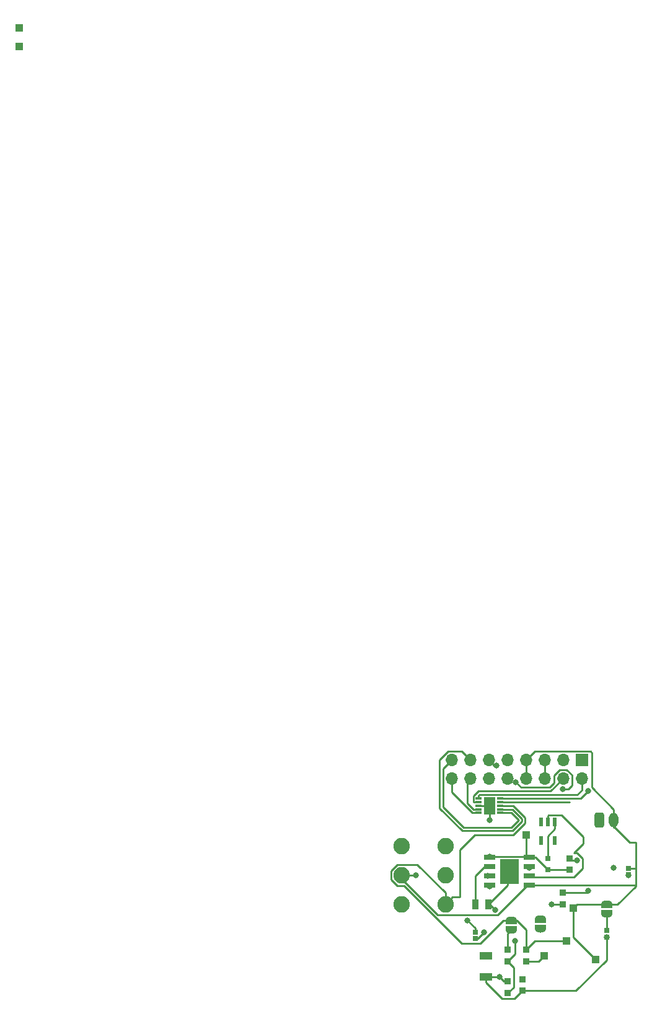
<source format=gbr>
%TF.GenerationSoftware,KiCad,Pcbnew,8.0.1*%
%TF.CreationDate,2024-03-24T14:38:36+02:00*%
%TF.ProjectId,project,70726f6a-6563-4742-9e6b-696361645f70,rev?*%
%TF.SameCoordinates,Original*%
%TF.FileFunction,Copper,L1,Top*%
%TF.FilePolarity,Positive*%
%FSLAX46Y46*%
G04 Gerber Fmt 4.6, Leading zero omitted, Abs format (unit mm)*
G04 Created by KiCad (PCBNEW 8.0.1) date 2024-03-24 14:38:36*
%MOMM*%
%LPD*%
G01*
G04 APERTURE LIST*
G04 Aperture macros list*
%AMRoundRect*
0 Rectangle with rounded corners*
0 $1 Rounding radius*
0 $2 $3 $4 $5 $6 $7 $8 $9 X,Y pos of 4 corners*
0 Add a 4 corners polygon primitive as box body*
4,1,4,$2,$3,$4,$5,$6,$7,$8,$9,$2,$3,0*
0 Add four circle primitives for the rounded corners*
1,1,$1+$1,$2,$3*
1,1,$1+$1,$4,$5*
1,1,$1+$1,$6,$7*
1,1,$1+$1,$8,$9*
0 Add four rect primitives between the rounded corners*
20,1,$1+$1,$2,$3,$4,$5,0*
20,1,$1+$1,$4,$5,$6,$7,0*
20,1,$1+$1,$6,$7,$8,$9,0*
20,1,$1+$1,$8,$9,$2,$3,0*%
%AMFreePoly0*
4,1,19,0.500000,-0.750000,0.000000,-0.750000,0.000000,-0.744911,-0.071157,-0.744911,-0.207708,-0.704816,-0.327430,-0.627875,-0.420627,-0.520320,-0.479746,-0.390866,-0.500000,-0.250000,-0.500000,0.250000,-0.479746,0.390866,-0.420627,0.520320,-0.327430,0.627875,-0.207708,0.704816,-0.071157,0.744911,0.000000,0.744911,0.000000,0.750000,0.500000,0.750000,0.500000,-0.750000,0.500000,-0.750000,
$1*%
%AMFreePoly1*
4,1,19,0.000000,0.744911,0.071157,0.744911,0.207708,0.704816,0.327430,0.627875,0.420627,0.520320,0.479746,0.390866,0.500000,0.250000,0.500000,-0.250000,0.479746,-0.390866,0.420627,-0.520320,0.327430,-0.627875,0.207708,-0.704816,0.071157,-0.744911,0.000000,-0.744911,0.000000,-0.750000,-0.500000,-0.750000,-0.500000,0.750000,0.000000,0.750000,0.000000,0.744911,0.000000,0.744911,
$1*%
G04 Aperture macros list end*
%TA.AperFunction,SMDPad,CuDef*%
%ADD10R,1.000000X1.000000*%
%TD*%
%TA.AperFunction,ComponentPad*%
%ADD11C,2.250000*%
%TD*%
%TA.AperFunction,SMDPad,CuDef*%
%ADD12R,0.850000X0.300000*%
%TD*%
%TA.AperFunction,SMDPad,CuDef*%
%ADD13R,1.650000X2.380000*%
%TD*%
%TA.AperFunction,ComponentPad*%
%ADD14RoundRect,0.250000X0.400000X-0.750000X0.400000X0.750000X-0.400000X0.750000X-0.400000X-0.750000X0*%
%TD*%
%TA.AperFunction,ComponentPad*%
%ADD15O,1.300000X2.000000*%
%TD*%
%TA.AperFunction,SMDPad,CuDef*%
%ADD16R,0.800000X0.800000*%
%TD*%
%TA.AperFunction,SMDPad,CuDef*%
%ADD17R,0.950000X0.900000*%
%TD*%
%TA.AperFunction,SMDPad,CuDef*%
%ADD18R,2.513000X3.402000*%
%TD*%
%TA.AperFunction,SMDPad,CuDef*%
%ADD19R,1.525000X0.700000*%
%TD*%
%TA.AperFunction,SMDPad,CuDef*%
%ADD20R,0.600000X1.200000*%
%TD*%
%TA.AperFunction,SMDPad,CuDef*%
%ADD21FreePoly0,270.000000*%
%TD*%
%TA.AperFunction,SMDPad,CuDef*%
%ADD22FreePoly1,270.000000*%
%TD*%
%TA.AperFunction,SMDPad,CuDef*%
%ADD23R,0.812800X1.397000*%
%TD*%
%TA.AperFunction,SMDPad,CuDef*%
%ADD24R,0.720000X0.690000*%
%TD*%
%TA.AperFunction,ComponentPad*%
%ADD25R,1.700000X1.700000*%
%TD*%
%TA.AperFunction,ComponentPad*%
%ADD26O,1.700000X1.700000*%
%TD*%
%TA.AperFunction,SMDPad,CuDef*%
%ADD27R,1.750000X1.050000*%
%TD*%
%TA.AperFunction,ViaPad*%
%ADD28C,0.800000*%
%TD*%
%TA.AperFunction,ViaPad*%
%ADD29C,0.300000*%
%TD*%
%TA.AperFunction,Conductor*%
%ADD30C,0.250000*%
%TD*%
G04 APERTURE END LIST*
D10*
%TO.P,TP5,1,1*%
%TO.N,ADC*%
X775000Y-3325000D03*
%TD*%
%TO.P,TP3,1,1*%
%TO.N,Net-(IC1-CE)*%
X775000Y-775000D03*
%TD*%
D11*
%TO.P,S1,1,1*%
%TO.N,unconnected-(S1-Pad1)*%
X53000000Y-112500000D03*
%TO.P,S1,2,2*%
%TO.N,Net-(IC1-BAT)*%
X53000000Y-116500000D03*
%TO.P,S1,3,3*%
%TO.N,unconnected-(S1-Pad3)*%
X53000000Y-120500000D03*
%TO.P,S1,4,4*%
%TO.N,unconnected-(S1-Pad4)*%
X59000000Y-112500000D03*
%TO.P,S1,5,5*%
%TO.N,unconnected-(S1-Pad5)*%
X59000000Y-116500000D03*
%TO.P,S1,6,6*%
%TO.N,Load*%
X59000000Y-120500000D03*
%TD*%
D12*
%TO.P,IC2,1,IN1*%
%TO.N,PMW1*%
X63550000Y-106000000D03*
%TO.P,IC2,2,IN2*%
%TO.N,PMW2*%
X63550000Y-106500000D03*
%TO.P,IC2,3,GND*%
%TO.N,GNDPWR*%
X63550000Y-107000000D03*
%TO.P,IC2,4,IN3*%
%TO.N,PMW3*%
X63550000Y-107500000D03*
%TO.P,IC2,5,IN4*%
%TO.N,PMW4*%
X63550000Y-108000000D03*
%TO.P,IC2,6,OUT4*%
%TO.N,Motor2B*%
X66450000Y-108000000D03*
%TO.P,IC2,7,OUT3*%
%TO.N,Motor2*%
X66450000Y-107500000D03*
%TO.P,IC2,8,VBB*%
%TO.N,Load*%
X66450000Y-107000000D03*
%TO.P,IC2,9,OUT2*%
%TO.N,Motor1B*%
X66450000Y-106500000D03*
%TO.P,IC2,10,OUT1*%
%TO.N,Motor1*%
X66450000Y-106000000D03*
D13*
%TO.P,IC2,11,EP*%
%TO.N,GNDPWR*%
X65000000Y-107000000D03*
%TD*%
D14*
%TO.P,J2,1*%
%TO.N,GNDPWR*%
X80000000Y-109000000D03*
D15*
%TO.P,J2,2*%
%TO.N,Net-(IC1-BAT)*%
X82000000Y-109000000D03*
%TD*%
D10*
%TO.P,ADC,1,1*%
%TO.N,ADC*%
X72500000Y-127500000D03*
%TD*%
%TO.P,TP4,1,1*%
%TO.N,Net-(IC1-BAT)*%
X76500000Y-121000000D03*
%TD*%
%TO.P,TP1,1,1*%
%TO.N,Load*%
X75500000Y-125500000D03*
%TD*%
D16*
%TO.P,LED2,2,K*%
%TO.N,Net-(LED2-K)*%
X73000000Y-114250000D03*
%TO.P,LED2,1,A*%
%TO.N,Net-(IC1-CE)*%
X73000000Y-115750000D03*
%TD*%
D17*
%TO.P,LED1,1,K*%
%TO.N,Net-(LED1-K)*%
X76000000Y-114250000D03*
%TO.P,LED1,2,A*%
%TO.N,Net-(IC1-CE)*%
X76000000Y-115750000D03*
%TD*%
D18*
%TO.P,IC1,9,EP*%
%TO.N,GNDPWR*%
X67712000Y-116000000D03*
D19*
%TO.P,IC1,8,CE*%
%TO.N,Net-(IC1-CE)*%
X70424000Y-114095000D03*
%TO.P,IC1,7,~{CHRG}*%
%TO.N,Net-(IC1-~{CHRG})*%
X70424000Y-115365000D03*
%TO.P,IC1,6,~{STDBY}*%
%TO.N,Net-(IC1-~{STDBY})*%
X70424000Y-116635000D03*
%TO.P,IC1,5,BAT*%
%TO.N,Net-(IC1-BAT)*%
X70424000Y-117905000D03*
%TO.P,IC1,4,VCC*%
%TO.N,Net-(IC1-CE)*%
X65000000Y-117905000D03*
%TO.P,IC1,3,GND*%
%TO.N,GNDPWR*%
X65000000Y-116635000D03*
%TO.P,IC1,2,PROG*%
%TO.N,Net-(IC1-PROG)*%
X65000000Y-115365000D03*
%TO.P,IC1,1,TEMP*%
%TO.N,Net-(IC1-CE)*%
X65000000Y-114095000D03*
%TD*%
D10*
%TO.P,BatterytoLoad1,1,1*%
%TO.N,Net-(IC1-BAT)*%
X79500000Y-128000000D03*
%TD*%
D20*
%TO.P,R13,1,1*%
%TO.N,Net-(LED2-K)*%
X73950000Y-109250000D03*
%TO.P,R13,2,2*%
%TO.N,Net-(IC1-~{STDBY})*%
X73000000Y-109250000D03*
%TO.P,R13,3*%
%TO.N,N/C*%
X72050000Y-109250000D03*
%TO.P,R13,4*%
X72050000Y-111750000D03*
%TO.P,R13,5*%
X73950000Y-111750000D03*
%TD*%
D21*
%TO.P,JP2,1,A*%
%TO.N,Load*%
X68000000Y-122700000D03*
D22*
%TO.P,JP2,2,B*%
%TO.N,Net-(JP2-B)*%
X68000000Y-124000000D03*
%TD*%
D17*
%TO.P,R12,1,1*%
%TO.N,Net-(LED1-K)*%
X75000000Y-118900000D03*
%TO.P,R12,2,2*%
%TO.N,Net-(IC1-~{CHRG})*%
X75000000Y-120500000D03*
%TD*%
D23*
%TO.P,R4,1*%
%TO.N,Net-(IC1-PROG)*%
X63123700Y-120500000D03*
%TO.P,R4,2*%
%TO.N,GNDPWR*%
X64876300Y-120500000D03*
%TD*%
D21*
%TO.P,JP3,1,A*%
%TO.N,Net-(JP3-A)*%
X72000000Y-122500000D03*
D22*
%TO.P,JP3,2,B*%
%TO.N,ADC*%
X72000000Y-123800000D03*
%TD*%
D17*
%TO.P,R5,1,1*%
%TO.N,Net-(JP3-A)*%
X67500000Y-132600000D03*
%TO.P,R5,2,2*%
%TO.N,GNDPWR*%
X67500000Y-131000000D03*
%TD*%
D10*
%TO.P,5V,1,1*%
%TO.N,Net-(IC1-CE)*%
X70000000Y-111000000D03*
%TD*%
D24*
%TO.P,C2,1*%
%TO.N,Net-(IC1-CE)*%
X63070000Y-124260000D03*
%TO.P,C2,2*%
%TO.N,GNDPWR*%
X63070000Y-125180000D03*
%TD*%
D17*
%TO.P,R7,1,1*%
%TO.N,Net-(JP2-B)*%
X67500000Y-126700000D03*
%TO.P,R7,2,2*%
%TO.N,Net-(JP3-A)*%
X67500000Y-128300000D03*
%TD*%
D24*
%TO.P,C3,1*%
%TO.N,Net-(JP1-B)*%
X81000000Y-124040000D03*
%TO.P,C3,2*%
%TO.N,GNDPWR*%
X81000000Y-124960000D03*
%TD*%
%TO.P,C1,1*%
%TO.N,Net-(IC1-BAT)*%
X84000000Y-115540000D03*
%TO.P,C1,2*%
%TO.N,GNDPWR*%
X84000000Y-116460000D03*
%TD*%
D17*
%TO.P,R3,1,1*%
%TO.N,Load*%
X70000000Y-126700000D03*
%TO.P,R3,2,2*%
%TO.N,ADC*%
X70000000Y-128300000D03*
%TD*%
D21*
%TO.P,JP1,1,A*%
%TO.N,Net-(IC1-BAT)*%
X81000000Y-120500000D03*
D22*
%TO.P,JP1,2,B*%
%TO.N,Net-(JP1-B)*%
X81000000Y-121800000D03*
%TD*%
D25*
%TO.P,J1,1,P1*%
%TO.N,Motor1*%
X77625000Y-100765000D03*
D26*
%TO.P,J1,2,P2*%
%TO.N,PMW1*%
X77625000Y-103305000D03*
%TO.P,J1,3,P3*%
%TO.N,Motor1B*%
X75085000Y-100765000D03*
%TO.P,J1,4,P4*%
%TO.N,PMW2*%
X75085000Y-103305000D03*
%TO.P,J1,5,+12V*%
%TO.N,GNDPWR*%
X72545000Y-100765000D03*
%TO.P,J1,6,P6*%
X72545000Y-103305000D03*
%TO.P,J1,7,12V*%
%TO.N,Net-(IC1-BAT)*%
X70005000Y-100765000D03*
%TO.P,J1,8,+12V*%
X70005000Y-103305000D03*
%TO.P,J1,9,GND*%
%TO.N,unconnected-(J1-GND-Pad9)*%
X67465000Y-100765000D03*
%TO.P,J1,10,GND*%
%TO.N,ADC*%
X67465000Y-103305000D03*
%TO.P,J1,11,GND*%
%TO.N,Net-(IC1-CE)*%
X64925000Y-100765000D03*
%TO.P,J1,12,GND*%
%TO.N,unconnected-(J1-GND-Pad12)*%
X64925000Y-103305000D03*
%TO.P,J1,13,-12*%
%TO.N,Motor2*%
X62385000Y-100765000D03*
%TO.P,J1,14,-12V*%
%TO.N,PMW3*%
X62385000Y-103305000D03*
%TO.P,J1,15,-12V*%
%TO.N,Motor2B*%
X59845000Y-100765000D03*
%TO.P,J1,16,P16*%
%TO.N,PMW4*%
X59845000Y-103305000D03*
%TD*%
D27*
%TO.P,R2,1,1*%
%TO.N,Net-(IC1-CE)*%
X64500000Y-127500000D03*
%TO.P,R2,2,2*%
%TO.N,GNDPWR*%
X64500000Y-130400000D03*
%TD*%
D17*
%TO.P,R1,1,1*%
%TO.N,ADC*%
X69500000Y-130700000D03*
%TO.P,R1,2,2*%
%TO.N,GNDPWR*%
X69500000Y-132300000D03*
%TD*%
D28*
%TO.N,GNDPWR*%
X84000000Y-116500000D03*
%TO.N,Net-(IC1-~{CHRG})*%
X73500000Y-120500000D03*
X70500000Y-115500000D03*
%TO.N,GNDPWR*%
X64289847Y-124289847D03*
X66400000Y-130400000D03*
X65000000Y-109000000D03*
X67000000Y-116500000D03*
X65795847Y-121225000D03*
X82000000Y-115500000D03*
X64788000Y-116635000D03*
X81000000Y-124985002D03*
%TO.N,Net-(IC1-BAT)*%
X55000000Y-116500000D03*
%TO.N,Net-(IC1-CE)*%
X65000000Y-118000000D03*
X65000000Y-114000000D03*
X64500000Y-127500000D03*
X62000000Y-122675000D03*
X66000000Y-101500000D03*
D29*
%TO.N,Motor1B*%
X76000000Y-106500000D03*
D28*
%TO.N,Motor1*%
X78487347Y-105012653D03*
%TO.N,ADC*%
X69500000Y-130700000D03*
X75000000Y-104760000D03*
X68633591Y-103775896D03*
X72500000Y-127500000D03*
X72000000Y-124000000D03*
%TO.N,Net-(JP3-A)*%
X68500000Y-125500000D03*
X72000000Y-122500000D03*
%TO.N,Net-(LED1-K)*%
X78500000Y-118630000D03*
X77000000Y-114500000D03*
%TD*%
D30*
%TO.N,Net-(IC1-CE)*%
X71345000Y-114095000D02*
X73000000Y-115750000D01*
X70212000Y-114095000D02*
X71345000Y-114095000D01*
%TO.N,Net-(IC1-BAT)*%
X84000000Y-115540000D02*
X84960000Y-115540000D01*
X84960000Y-115540000D02*
X85000000Y-115500000D01*
X85000000Y-115500000D02*
X85000000Y-112000000D01*
X85000000Y-118000000D02*
X85000000Y-115500000D01*
X82000000Y-109793503D02*
X82000000Y-109000000D01*
X84206497Y-112000000D02*
X82000000Y-109793503D01*
X85000000Y-112000000D02*
X84206497Y-112000000D01*
X79000000Y-104500000D02*
X82000000Y-107500000D01*
X79000000Y-99790000D02*
X79000000Y-104500000D01*
X78800000Y-99590000D02*
X79000000Y-99790000D01*
X82000000Y-107500000D02*
X82000000Y-109950000D01*
X70005000Y-100765000D02*
X71180000Y-99590000D01*
X71180000Y-99590000D02*
X78800000Y-99590000D01*
%TO.N,Net-(LED1-K)*%
X76250000Y-114500000D02*
X76000000Y-114250000D01*
X77000000Y-114500000D02*
X76250000Y-114500000D01*
%TO.N,Net-(IC1-CE)*%
X73000000Y-115750000D02*
X76000000Y-115750000D01*
%TO.N,Net-(IC1-~{STDBY})*%
X74825000Y-108325000D02*
X73075000Y-108325000D01*
X77800000Y-111300000D02*
X74825000Y-108325000D01*
X77800000Y-112200000D02*
X77800000Y-111300000D01*
X77725000Y-114199695D02*
X77000305Y-113475000D01*
X77725000Y-115600000D02*
X77725000Y-114199695D01*
X73075000Y-108325000D02*
X73000000Y-108400000D01*
X76550000Y-116775000D02*
X77725000Y-115600000D01*
X70764500Y-116775000D02*
X76550000Y-116775000D01*
X77000305Y-113475000D02*
X76525000Y-113475000D01*
X76525000Y-113475000D02*
X77800000Y-112200000D01*
X70624500Y-116635000D02*
X70764500Y-116775000D01*
X73000000Y-108400000D02*
X73000000Y-109250000D01*
X70212000Y-116635000D02*
X70624500Y-116635000D01*
%TO.N,Net-(IC1-~{CHRG})*%
X73500000Y-120500000D02*
X75000000Y-120500000D01*
X70500000Y-115500000D02*
X70865000Y-115365000D01*
X70424000Y-115365000D02*
X70500000Y-115500000D01*
X70095000Y-115365000D02*
X70424000Y-115365000D01*
%TO.N,Net-(IC1-CE)*%
X70091000Y-113974000D02*
X70212000Y-114095000D01*
X65121000Y-113974000D02*
X70091000Y-113974000D01*
X65000000Y-114095000D02*
X65121000Y-113974000D01*
%TO.N,GNDPWR*%
X63399694Y-125180000D02*
X63070000Y-125180000D01*
X67500000Y-131000000D02*
X67000000Y-131000000D01*
X64500000Y-131175000D02*
X64500000Y-130400000D01*
X66400000Y-130400000D02*
X64500000Y-130400000D01*
X66700000Y-133375000D02*
X64500000Y-131175000D01*
X64876300Y-120500000D02*
X67500000Y-117876300D01*
X64289847Y-124289847D02*
X63399694Y-125180000D01*
X69500000Y-132300000D02*
X68425000Y-133375000D01*
X67500000Y-117876300D02*
X67500000Y-116000000D01*
X65070847Y-120500000D02*
X65795847Y-121225000D01*
X65000000Y-109000000D02*
X65000000Y-107000000D01*
X72545000Y-100765000D02*
X72545000Y-103305000D01*
X81000000Y-124960000D02*
X81000000Y-128150000D01*
X81000000Y-128150000D02*
X76850000Y-132300000D01*
X68425000Y-133375000D02*
X66700000Y-133375000D01*
X76850000Y-132300000D02*
X69500000Y-132300000D01*
X64876300Y-120500000D02*
X65070847Y-120500000D01*
X67000000Y-131000000D02*
X66400000Y-130400000D01*
X63550000Y-107000000D02*
X65000000Y-107000000D01*
%TO.N,Net-(IC1-BAT)*%
X77000000Y-120500000D02*
X81000000Y-120500000D01*
X84905000Y-117905000D02*
X85000000Y-118000000D01*
X55000000Y-116500000D02*
X53000000Y-116500000D01*
X81000000Y-120500000D02*
X82500000Y-120500000D01*
X82500000Y-120500000D02*
X85000000Y-118000000D01*
X70212000Y-117905000D02*
X84905000Y-117905000D01*
X53000000Y-117000000D02*
X53000000Y-116500000D01*
X70005000Y-100765000D02*
X70005000Y-103305000D01*
X76500000Y-121000000D02*
X77000000Y-120500000D01*
X76500000Y-125000000D02*
X79500000Y-128000000D01*
X57950000Y-121950000D02*
X53000000Y-117000000D01*
X66167000Y-121950000D02*
X57950000Y-121950000D01*
X70212000Y-117905000D02*
X66167000Y-121950000D01*
X76500000Y-121000000D02*
X76500000Y-125000000D01*
%TO.N,Net-(IC1-CE)*%
X66000000Y-101500000D02*
X65660000Y-101500000D01*
X64788000Y-117905000D02*
X65095000Y-117905000D01*
X63070000Y-124260000D02*
X63070000Y-123745000D01*
X63070000Y-123745000D02*
X62000000Y-122675000D01*
X70000000Y-111000000D02*
X70000000Y-113883000D01*
X70000000Y-113883000D02*
X70212000Y-114095000D01*
X65660000Y-101500000D02*
X64925000Y-100765000D01*
%TO.N,Net-(JP1-B)*%
X81000000Y-124040000D02*
X81000000Y-121800000D01*
%TO.N,Net-(IC1-PROG)*%
X64375500Y-115365000D02*
X63123700Y-116616800D01*
X63123700Y-116616800D02*
X63123700Y-120500000D01*
X64788000Y-115365000D02*
X64375500Y-115365000D01*
%TO.N,Motor1B*%
X66450000Y-106500000D02*
X76000000Y-106500000D01*
%TO.N,PMW4*%
X62688604Y-108000000D02*
X59845000Y-105156396D01*
X59845000Y-105156396D02*
X59845000Y-103305000D01*
X63550000Y-108000000D02*
X62688604Y-108000000D01*
%TO.N,Motor2B*%
X58670000Y-101940000D02*
X58670000Y-107170000D01*
X61500000Y-110000000D02*
X68000000Y-110000000D01*
X68000000Y-108000000D02*
X66450000Y-108000000D01*
X68000000Y-110000000D02*
X69000000Y-109000000D01*
X58670000Y-107170000D02*
X61500000Y-110000000D01*
X59845000Y-100765000D02*
X58670000Y-101940000D01*
X69000000Y-109000000D02*
X68000000Y-108000000D01*
%TO.N,PMW2*%
X62825000Y-106500000D02*
X63550000Y-106500000D01*
X63478604Y-105035000D02*
X62800000Y-105713604D01*
X75085000Y-103305000D02*
X73355000Y-105035000D01*
X73355000Y-105035000D02*
X63478604Y-105035000D01*
X62800000Y-106475000D02*
X62825000Y-106500000D01*
X62800000Y-105713604D02*
X62800000Y-106475000D01*
%TO.N,PMW3*%
X63550000Y-107500000D02*
X62825000Y-107500000D01*
X62000000Y-103690000D02*
X62385000Y-103305000D01*
X62000000Y-106675000D02*
X62000000Y-103690000D01*
X62825000Y-107500000D02*
X62000000Y-106675000D01*
%TO.N,Motor1*%
X66450000Y-106000000D02*
X77500000Y-106000000D01*
X77500000Y-106000000D02*
X78487347Y-105012653D01*
%TO.N,Load*%
X55140990Y-115050000D02*
X59000000Y-118909010D01*
X52399390Y-117950000D02*
X51550000Y-117100610D01*
X69900000Y-109372792D02*
X68272792Y-111000000D01*
X61213604Y-125850000D02*
X53313604Y-117950000D01*
X51550000Y-117100610D02*
X51550000Y-115899390D01*
X60000000Y-119500000D02*
X59000000Y-120500000D01*
X52399390Y-115050000D02*
X55140990Y-115050000D01*
X68000000Y-122700000D02*
X68755000Y-122700000D01*
X53313604Y-117950000D02*
X52399390Y-117950000D01*
X75500000Y-125500000D02*
X71200000Y-125500000D01*
X51550000Y-115899390D02*
X52399390Y-115050000D01*
X61000000Y-119500000D02*
X60000000Y-119500000D01*
X69900000Y-108627208D02*
X69900000Y-109372792D01*
X68755000Y-122700000D02*
X70000000Y-123945000D01*
X63000000Y-111000000D02*
X61000000Y-113000000D01*
X68272792Y-107000000D02*
X69900000Y-108627208D01*
X66450000Y-107000000D02*
X68272792Y-107000000D01*
X59000000Y-118909010D02*
X59000000Y-120500000D01*
X70000000Y-123945000D02*
X70000000Y-126700000D01*
X61000000Y-113000000D02*
X61000000Y-119500000D01*
X68000000Y-122700000D02*
X66905000Y-122700000D01*
X63755000Y-125850000D02*
X61213604Y-125850000D01*
X66905000Y-122700000D02*
X63755000Y-125850000D01*
X68272792Y-111000000D02*
X63000000Y-111000000D01*
X71200000Y-125500000D02*
X70000000Y-126700000D01*
%TO.N,PMW1*%
X63665000Y-105485000D02*
X76985000Y-105485000D01*
X63550000Y-105600000D02*
X63665000Y-105485000D01*
X77000000Y-105500000D02*
X77625000Y-104875000D01*
X77625000Y-104875000D02*
X77625000Y-103305000D01*
X63550000Y-106000000D02*
X63550000Y-105600000D01*
X76985000Y-105485000D02*
X77000000Y-105500000D01*
%TO.N,Motor2*%
X68186396Y-110450000D02*
X61313604Y-110450000D01*
X69450000Y-108813604D02*
X69450000Y-109186396D01*
X58220000Y-100728299D02*
X59358299Y-99590000D01*
X69450000Y-109186396D02*
X68186396Y-110450000D01*
X61313604Y-110450000D02*
X58220000Y-107356396D01*
X61210000Y-99590000D02*
X62385000Y-100765000D01*
X59358299Y-99590000D02*
X61210000Y-99590000D01*
X68136396Y-107500000D02*
X69450000Y-108813604D01*
X58220000Y-107356396D02*
X58220000Y-100728299D01*
X66450000Y-107500000D02*
X68136396Y-107500000D01*
%TO.N,ADC*%
X73876802Y-103876802D02*
X73876802Y-102851497D01*
X69357695Y-104500000D02*
X73253604Y-104500000D01*
X75775000Y-104760000D02*
X75000000Y-104760000D01*
X73253604Y-104500000D02*
X73876802Y-103876802D01*
X68633591Y-103775896D02*
X69357695Y-104500000D01*
X73876802Y-102851497D02*
X74598299Y-102130000D01*
X74598299Y-102130000D02*
X75571701Y-102130000D01*
X76260000Y-102818299D02*
X76260000Y-104275000D01*
X70000000Y-128300000D02*
X71700000Y-128300000D01*
X76260000Y-104275000D02*
X75775000Y-104760000D01*
X71700000Y-128300000D02*
X72500000Y-127500000D01*
X75571701Y-102130000D02*
X76260000Y-102818299D01*
%TO.N,Net-(JP2-B)*%
X67500000Y-126700000D02*
X67500000Y-124500000D01*
X67500000Y-124500000D02*
X68000000Y-124000000D01*
%TO.N,Net-(JP3-A)*%
X68300000Y-131800000D02*
X67500000Y-132600000D01*
X67500000Y-128300000D02*
X68300000Y-129100000D01*
X68300000Y-129100000D02*
X68300000Y-131800000D01*
X68500000Y-127300000D02*
X68500000Y-125500000D01*
X67500000Y-128300000D02*
X68500000Y-127300000D01*
%TO.N,Net-(LED1-K)*%
X75000000Y-118900000D02*
X78230000Y-118900000D01*
X78230000Y-118900000D02*
X78500000Y-118630000D01*
%TO.N,Net-(LED2-K)*%
X73950000Y-110200000D02*
X73950000Y-109250000D01*
X73000000Y-111150000D02*
X73950000Y-110200000D01*
X73000000Y-114250000D02*
X73000000Y-111150000D01*
%TD*%
M02*

</source>
